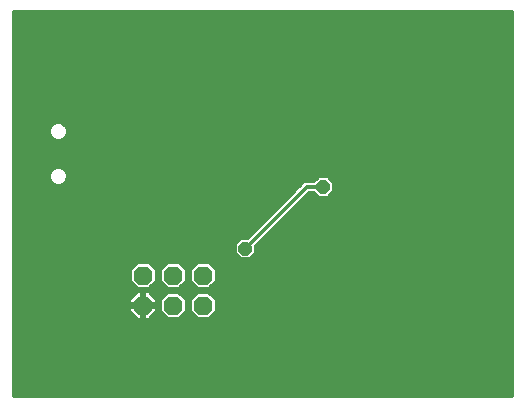
<source format=gbl>
G75*
%MOIN*%
%OFA0B0*%
%FSLAX25Y25*%
%IPPOS*%
%LPD*%
%AMOC8*
5,1,8,0,0,1.08239X$1,22.5*
%
%ADD10OC8,0.06140*%
%ADD11C,0.01200*%
%ADD12OC8,0.04362*%
%ADD13C,0.04362*%
D10*
X0058346Y0033600D03*
X0068346Y0033600D03*
X0078346Y0033600D03*
X0078346Y0043600D03*
X0068346Y0043600D03*
X0058346Y0043600D03*
D11*
X0015346Y0003600D02*
X0015346Y0131600D01*
X0181346Y0131600D01*
X0181346Y0003600D01*
X0015346Y0003600D01*
X0015346Y0003997D02*
X0181346Y0003997D01*
X0181346Y0005196D02*
X0015346Y0005196D01*
X0015346Y0006394D02*
X0181346Y0006394D01*
X0181346Y0007593D02*
X0015346Y0007593D01*
X0015346Y0008791D02*
X0181346Y0008791D01*
X0181346Y0009990D02*
X0015346Y0009990D01*
X0015346Y0011188D02*
X0181346Y0011188D01*
X0181346Y0012387D02*
X0015346Y0012387D01*
X0015346Y0013585D02*
X0181346Y0013585D01*
X0181346Y0014784D02*
X0015346Y0014784D01*
X0015346Y0015982D02*
X0181346Y0015982D01*
X0181346Y0017181D02*
X0015346Y0017181D01*
X0015346Y0018379D02*
X0181346Y0018379D01*
X0181346Y0019578D02*
X0015346Y0019578D01*
X0015346Y0020776D02*
X0181346Y0020776D01*
X0181346Y0021975D02*
X0015346Y0021975D01*
X0015346Y0023173D02*
X0181346Y0023173D01*
X0181346Y0024372D02*
X0015346Y0024372D01*
X0015346Y0025570D02*
X0181346Y0025570D01*
X0181346Y0026769D02*
X0015346Y0026769D01*
X0015346Y0027967D02*
X0181346Y0027967D01*
X0181346Y0029166D02*
X0080234Y0029166D01*
X0080198Y0029130D02*
X0082817Y0031748D01*
X0082817Y0035452D01*
X0080198Y0038070D01*
X0076495Y0038070D01*
X0073876Y0035452D01*
X0073876Y0031748D01*
X0076495Y0029130D01*
X0080198Y0029130D01*
X0081432Y0030364D02*
X0181346Y0030364D01*
X0181346Y0031563D02*
X0082631Y0031563D01*
X0082817Y0032761D02*
X0181346Y0032761D01*
X0181346Y0033960D02*
X0082817Y0033960D01*
X0082817Y0035158D02*
X0181346Y0035158D01*
X0181346Y0036357D02*
X0081911Y0036357D01*
X0080713Y0037555D02*
X0181346Y0037555D01*
X0181346Y0038754D02*
X0015346Y0038754D01*
X0015346Y0039952D02*
X0055672Y0039952D01*
X0056495Y0039130D02*
X0060198Y0039130D01*
X0062817Y0041748D01*
X0062817Y0045452D01*
X0060198Y0048070D01*
X0056495Y0048070D01*
X0053876Y0045452D01*
X0053876Y0041748D01*
X0056495Y0039130D01*
X0056412Y0038270D02*
X0053676Y0035534D01*
X0053676Y0033935D01*
X0058011Y0033935D01*
X0058011Y0033265D01*
X0053676Y0033265D01*
X0053676Y0031666D01*
X0056412Y0028930D01*
X0058011Y0028930D01*
X0058011Y0033265D01*
X0058681Y0033265D01*
X0058681Y0028930D01*
X0060281Y0028930D01*
X0063017Y0031666D01*
X0063017Y0033265D01*
X0058682Y0033265D01*
X0058682Y0033935D01*
X0063017Y0033935D01*
X0063017Y0035534D01*
X0060281Y0038270D01*
X0058681Y0038270D01*
X0058681Y0033935D01*
X0058011Y0033935D01*
X0058011Y0038270D01*
X0056412Y0038270D01*
X0055697Y0037555D02*
X0015346Y0037555D01*
X0015346Y0036357D02*
X0054499Y0036357D01*
X0053676Y0035158D02*
X0015346Y0035158D01*
X0015346Y0033960D02*
X0053676Y0033960D01*
X0053676Y0032761D02*
X0015346Y0032761D01*
X0015346Y0031563D02*
X0053779Y0031563D01*
X0054978Y0030364D02*
X0015346Y0030364D01*
X0015346Y0029166D02*
X0056176Y0029166D01*
X0058011Y0029166D02*
X0058681Y0029166D01*
X0058681Y0030364D02*
X0058011Y0030364D01*
X0058011Y0031563D02*
X0058681Y0031563D01*
X0058681Y0032761D02*
X0058011Y0032761D01*
X0058011Y0033960D02*
X0058681Y0033960D01*
X0058681Y0035158D02*
X0058011Y0035158D01*
X0058011Y0036357D02*
X0058681Y0036357D01*
X0058681Y0037555D02*
X0058011Y0037555D01*
X0060996Y0037555D02*
X0065980Y0037555D01*
X0066495Y0038070D02*
X0063876Y0035452D01*
X0063876Y0031748D01*
X0066495Y0029130D01*
X0070198Y0029130D01*
X0072817Y0031748D01*
X0072817Y0035452D01*
X0070198Y0038070D01*
X0066495Y0038070D01*
X0066495Y0039130D02*
X0070198Y0039130D01*
X0072817Y0041748D01*
X0072817Y0045452D01*
X0070198Y0048070D01*
X0066495Y0048070D01*
X0063876Y0045452D01*
X0063876Y0041748D01*
X0066495Y0039130D01*
X0065672Y0039952D02*
X0061020Y0039952D01*
X0062219Y0041151D02*
X0064474Y0041151D01*
X0063876Y0042349D02*
X0062817Y0042349D01*
X0062817Y0043548D02*
X0063876Y0043548D01*
X0063876Y0044746D02*
X0062817Y0044746D01*
X0062323Y0045945D02*
X0064370Y0045945D01*
X0065568Y0047143D02*
X0061125Y0047143D01*
X0055568Y0047143D02*
X0015346Y0047143D01*
X0015346Y0045945D02*
X0054370Y0045945D01*
X0053876Y0044746D02*
X0015346Y0044746D01*
X0015346Y0043548D02*
X0053876Y0043548D01*
X0053876Y0042349D02*
X0015346Y0042349D01*
X0015346Y0041151D02*
X0054474Y0041151D01*
X0062194Y0036357D02*
X0064782Y0036357D01*
X0063876Y0035158D02*
X0063017Y0035158D01*
X0063017Y0033960D02*
X0063876Y0033960D01*
X0063876Y0032761D02*
X0063017Y0032761D01*
X0062914Y0031563D02*
X0064062Y0031563D01*
X0065261Y0030364D02*
X0061715Y0030364D01*
X0060517Y0029166D02*
X0066459Y0029166D01*
X0070234Y0029166D02*
X0076459Y0029166D01*
X0075261Y0030364D02*
X0071432Y0030364D01*
X0072631Y0031563D02*
X0074062Y0031563D01*
X0073876Y0032761D02*
X0072817Y0032761D01*
X0072817Y0033960D02*
X0073876Y0033960D01*
X0073876Y0035158D02*
X0072817Y0035158D01*
X0071911Y0036357D02*
X0074782Y0036357D01*
X0075980Y0037555D02*
X0070713Y0037555D01*
X0071020Y0039952D02*
X0075672Y0039952D01*
X0076495Y0039130D02*
X0080198Y0039130D01*
X0082817Y0041748D01*
X0082817Y0045452D01*
X0080198Y0048070D01*
X0076495Y0048070D01*
X0073876Y0045452D01*
X0073876Y0041748D01*
X0076495Y0039130D01*
X0074474Y0041151D02*
X0072219Y0041151D01*
X0072817Y0042349D02*
X0073876Y0042349D01*
X0073876Y0043548D02*
X0072817Y0043548D01*
X0072817Y0044746D02*
X0073876Y0044746D01*
X0074370Y0045945D02*
X0072323Y0045945D01*
X0071125Y0047143D02*
X0075568Y0047143D01*
X0081125Y0047143D02*
X0181346Y0047143D01*
X0181346Y0045945D02*
X0082323Y0045945D01*
X0082817Y0044746D02*
X0181346Y0044746D01*
X0181346Y0043548D02*
X0082817Y0043548D01*
X0082817Y0042349D02*
X0181346Y0042349D01*
X0181346Y0041151D02*
X0082219Y0041151D01*
X0081020Y0039952D02*
X0181346Y0039952D01*
X0181346Y0048342D02*
X0015346Y0048342D01*
X0015346Y0049540D02*
X0090342Y0049540D01*
X0090863Y0049019D02*
X0093830Y0049019D01*
X0095928Y0051117D01*
X0095928Y0053353D01*
X0113675Y0071100D01*
X0115282Y0071100D01*
X0116863Y0069519D01*
X0119830Y0069519D01*
X0121928Y0071617D01*
X0121928Y0074583D01*
X0119830Y0076681D01*
X0116863Y0076681D01*
X0115282Y0075100D01*
X0112018Y0075100D01*
X0093099Y0056181D01*
X0090863Y0056181D01*
X0088765Y0054083D01*
X0088765Y0051117D01*
X0090863Y0049019D01*
X0089143Y0050739D02*
X0015346Y0050739D01*
X0015346Y0051937D02*
X0088765Y0051937D01*
X0088765Y0053136D02*
X0015346Y0053136D01*
X0015346Y0054334D02*
X0089017Y0054334D01*
X0090215Y0055533D02*
X0015346Y0055533D01*
X0015346Y0056732D02*
X0093650Y0056732D01*
X0094848Y0057930D02*
X0015346Y0057930D01*
X0015346Y0059129D02*
X0096047Y0059129D01*
X0097245Y0060327D02*
X0015346Y0060327D01*
X0015346Y0061526D02*
X0098444Y0061526D01*
X0099642Y0062724D02*
X0015346Y0062724D01*
X0015346Y0063923D02*
X0100841Y0063923D01*
X0102039Y0065121D02*
X0015346Y0065121D01*
X0015346Y0066320D02*
X0103238Y0066320D01*
X0104436Y0067518D02*
X0015346Y0067518D01*
X0015346Y0068717D02*
X0105635Y0068717D01*
X0106833Y0069915D02*
X0015346Y0069915D01*
X0015346Y0071114D02*
X0108032Y0071114D01*
X0109230Y0072312D02*
X0015346Y0072312D01*
X0015346Y0073511D02*
X0110429Y0073511D01*
X0111627Y0074709D02*
X0032444Y0074709D01*
X0032613Y0074879D02*
X0033081Y0076008D01*
X0033081Y0077231D01*
X0032613Y0078361D01*
X0031749Y0079225D01*
X0030619Y0079693D01*
X0029397Y0079693D01*
X0028267Y0079225D01*
X0027403Y0078361D01*
X0026935Y0077231D01*
X0026935Y0076008D01*
X0027403Y0074879D01*
X0028267Y0074014D01*
X0029397Y0073546D01*
X0030619Y0073546D01*
X0031749Y0074014D01*
X0032613Y0074879D01*
X0033039Y0075908D02*
X0116090Y0075908D01*
X0118346Y0073100D02*
X0112846Y0073100D01*
X0092346Y0052600D01*
X0092346Y0053100D01*
X0095928Y0053136D02*
X0181346Y0053136D01*
X0181346Y0054334D02*
X0096909Y0054334D01*
X0098108Y0055533D02*
X0181346Y0055533D01*
X0181346Y0056732D02*
X0099306Y0056732D01*
X0100505Y0057930D02*
X0181346Y0057930D01*
X0181346Y0059129D02*
X0101703Y0059129D01*
X0102902Y0060327D02*
X0181346Y0060327D01*
X0181346Y0061526D02*
X0104100Y0061526D01*
X0105299Y0062724D02*
X0181346Y0062724D01*
X0181346Y0063923D02*
X0106497Y0063923D01*
X0107696Y0065121D02*
X0181346Y0065121D01*
X0181346Y0066320D02*
X0108894Y0066320D01*
X0110093Y0067518D02*
X0181346Y0067518D01*
X0181346Y0068717D02*
X0111292Y0068717D01*
X0112490Y0069915D02*
X0116467Y0069915D01*
X0120226Y0069915D02*
X0181346Y0069915D01*
X0181346Y0071114D02*
X0121425Y0071114D01*
X0121928Y0072312D02*
X0181346Y0072312D01*
X0181346Y0073511D02*
X0121928Y0073511D01*
X0121802Y0074709D02*
X0181346Y0074709D01*
X0181346Y0075908D02*
X0120603Y0075908D01*
X0098346Y0076600D02*
X0092346Y0076600D01*
X0095928Y0051937D02*
X0181346Y0051937D01*
X0181346Y0050739D02*
X0095550Y0050739D01*
X0094351Y0049540D02*
X0181346Y0049540D01*
X0181346Y0077106D02*
X0033081Y0077106D01*
X0032636Y0078305D02*
X0181346Y0078305D01*
X0181346Y0079503D02*
X0031077Y0079503D01*
X0028939Y0079503D02*
X0015346Y0079503D01*
X0015346Y0078305D02*
X0027379Y0078305D01*
X0026935Y0077106D02*
X0015346Y0077106D01*
X0015346Y0075908D02*
X0026976Y0075908D01*
X0027572Y0074709D02*
X0015346Y0074709D01*
X0015346Y0080702D02*
X0181346Y0080702D01*
X0181346Y0081900D02*
X0015346Y0081900D01*
X0015346Y0083099D02*
X0181346Y0083099D01*
X0181346Y0084297D02*
X0015346Y0084297D01*
X0015346Y0085496D02*
X0181346Y0085496D01*
X0181346Y0086694D02*
X0015346Y0086694D01*
X0015346Y0087893D02*
X0181346Y0087893D01*
X0181346Y0089091D02*
X0031865Y0089091D01*
X0031749Y0088975D02*
X0032613Y0089839D01*
X0033081Y0090969D01*
X0033081Y0092192D01*
X0032613Y0093321D01*
X0031749Y0094186D01*
X0030619Y0094654D01*
X0029397Y0094654D01*
X0028267Y0094186D01*
X0027403Y0093321D01*
X0026935Y0092192D01*
X0026935Y0090969D01*
X0027403Y0089839D01*
X0028267Y0088975D01*
X0029397Y0088507D01*
X0030619Y0088507D01*
X0031749Y0088975D01*
X0032800Y0090290D02*
X0181346Y0090290D01*
X0181346Y0091488D02*
X0033081Y0091488D01*
X0032876Y0092687D02*
X0181346Y0092687D01*
X0181346Y0093885D02*
X0032049Y0093885D01*
X0027967Y0093885D02*
X0015346Y0093885D01*
X0015346Y0092687D02*
X0027140Y0092687D01*
X0026935Y0091488D02*
X0015346Y0091488D01*
X0015346Y0090290D02*
X0027216Y0090290D01*
X0028151Y0089091D02*
X0015346Y0089091D01*
X0015346Y0095084D02*
X0181346Y0095084D01*
X0181346Y0096282D02*
X0015346Y0096282D01*
X0015346Y0097481D02*
X0181346Y0097481D01*
X0181346Y0098679D02*
X0015346Y0098679D01*
X0015346Y0099878D02*
X0181346Y0099878D01*
X0181346Y0101076D02*
X0015346Y0101076D01*
X0015346Y0102275D02*
X0181346Y0102275D01*
X0181346Y0103473D02*
X0015346Y0103473D01*
X0015346Y0104672D02*
X0181346Y0104672D01*
X0181346Y0105870D02*
X0015346Y0105870D01*
X0015346Y0107069D02*
X0181346Y0107069D01*
X0181346Y0108268D02*
X0015346Y0108268D01*
X0015346Y0109466D02*
X0181346Y0109466D01*
X0181346Y0110665D02*
X0015346Y0110665D01*
X0015346Y0111863D02*
X0181346Y0111863D01*
X0181346Y0113062D02*
X0015346Y0113062D01*
X0015346Y0114260D02*
X0181346Y0114260D01*
X0181346Y0115459D02*
X0015346Y0115459D01*
X0015346Y0116657D02*
X0181346Y0116657D01*
X0181346Y0117856D02*
X0015346Y0117856D01*
X0015346Y0119054D02*
X0181346Y0119054D01*
X0181346Y0120253D02*
X0015346Y0120253D01*
X0015346Y0121451D02*
X0181346Y0121451D01*
X0181346Y0122650D02*
X0015346Y0122650D01*
X0015346Y0123848D02*
X0181346Y0123848D01*
X0181346Y0125047D02*
X0015346Y0125047D01*
X0015346Y0126245D02*
X0181346Y0126245D01*
X0181346Y0127444D02*
X0015346Y0127444D01*
X0015346Y0128642D02*
X0181346Y0128642D01*
X0181346Y0129841D02*
X0015346Y0129841D01*
X0015346Y0131039D02*
X0181346Y0131039D01*
D12*
X0123346Y0100100D03*
X0098346Y0106600D03*
X0098346Y0123600D03*
X0118346Y0073100D03*
X0092346Y0052600D03*
X0103346Y0031600D03*
X0173346Y0036600D03*
X0028346Y0126600D03*
D13*
X0021346Y0084100D03*
X0092346Y0082600D03*
X0097846Y0082600D03*
X0103846Y0082600D03*
X0103846Y0077100D03*
X0098346Y0076600D03*
X0092346Y0076600D03*
X0092346Y0071100D03*
X0098346Y0071100D03*
X0103846Y0071100D03*
M02*

</source>
